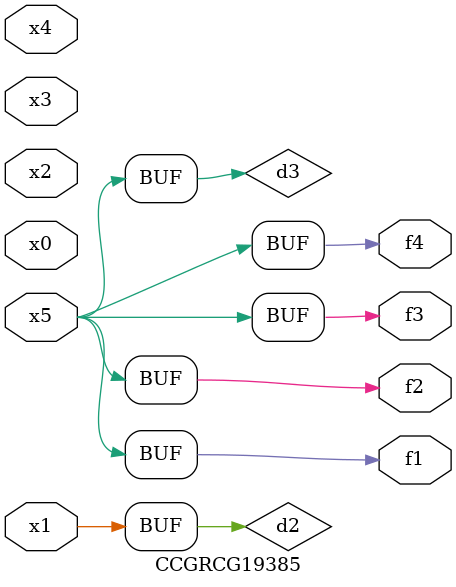
<source format=v>
module CCGRCG19385(
	input x0, x1, x2, x3, x4, x5,
	output f1, f2, f3, f4
);

	wire d1, d2, d3;

	not (d1, x5);
	or (d2, x1);
	xnor (d3, d1);
	assign f1 = d3;
	assign f2 = d3;
	assign f3 = d3;
	assign f4 = d3;
endmodule

</source>
